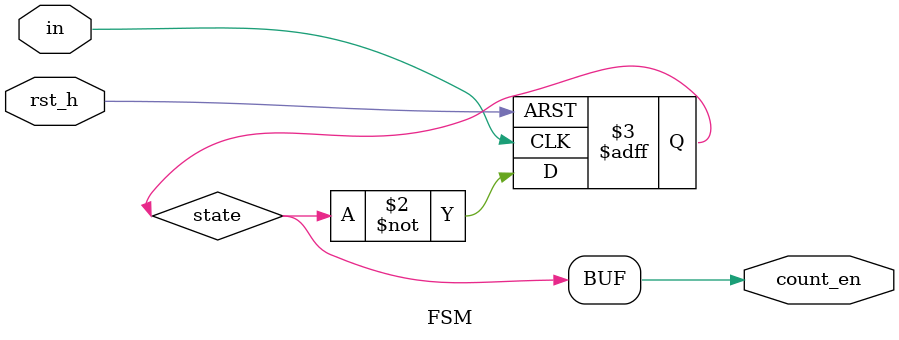
<source format=v>
module FSM(count_en, in, rst_h);
    output count_en;
    input in;
    input rst_h;
    reg state;

    always@(posedge in or posedge rst_h)
    if(rst_h)
        state <= 1'b0;
    else
        state <= ~state;
        
    assign count_en = state;      
    
endmodule
</source>
